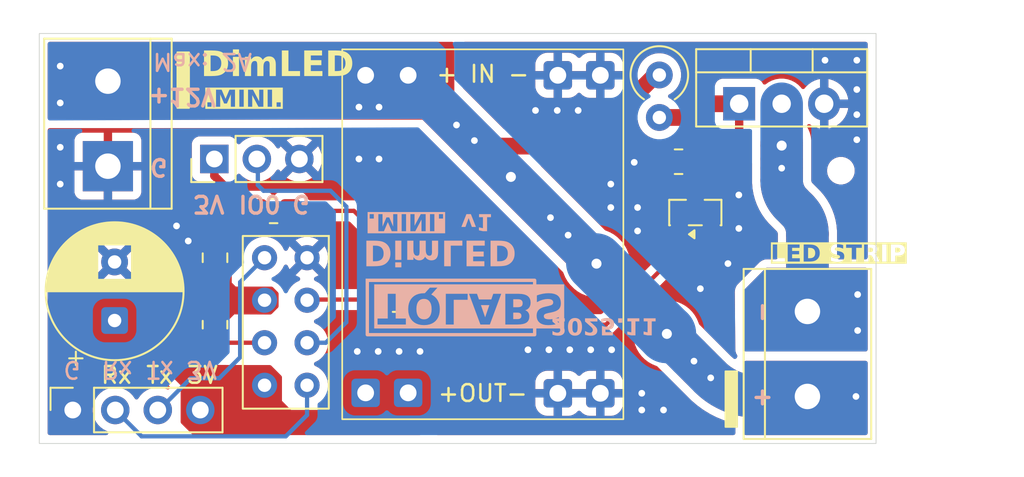
<source format=kicad_pcb>
(kicad_pcb (version 20241229) (generator "pcbnew") (generator_version "9.0")
  (title_block (title "DimLED Mini") (date "2025-09-16") (rev "v1") (company "TQLabs") (comment 1 "Designed by Tanishq Manuja"))
  (layers (0 "F.Cu" signal) (2 "B.Cu" signal) (13 "F.Paste" user) (15 "B.Paste" user) (5 "F.SilkS" user "F.Silkscreen") (7 "B.SilkS" user "B.Silkscreen") (1 "F.Mask" user) (3 "B.Mask" user) (25 "Edge.Cuts" user))
  (net 0 "")
  (net 1 "+3V3")
  (net 2 "GND")
  (net 3 "+12V")
  (net 4 "LED_NEGATIVE")
  (net 5 "IO3{slash}RX")
  (net 6 "IO1{slash}TX")
  (net 7 "Net-(Q1-G)")
  (net 8 "Net-(Q2-B)")
  (net 9 "RESET")
  (net 10 "IO2")
  (net 11 "IO0")
  (footprint "Resistor_SMD:R_0805_2012Metric_Pad1.20x1.40mm_HandSolder" (layer "F.Cu") (at 173.2 92.6625 180)
    (property "Reference" "R2" (hide yes))
    (property "Value" "10k")
    (fp_line (start -0.227064 0.735) (end 0.227064 0.735) (stroke (width 0.12)) (layer "F.SilkS"))
    (fp_line (start -0.227064 -0.735) (end 0.227064 -0.735) (stroke (width 0.12)) (layer "F.SilkS"))
    (pad "1" smd roundrect (at -1 0 180) (size 1.2 1.4) (layers "F.Cu" "F.Mask" "F.Paste") (roundrect_rratio 0.208333) (net 7 "Net-(Q1-G)"))
    (pad "2" smd roundrect (at 1 0 180) (size 1.2 1.4) (layers "F.Cu" "F.Mask" "F.Paste") (roundrect_rratio 0.208333) (net 2 "GND"))
  )
  (footprint "MountingHole:ToolingHole_1.152mm" (layer "F.Cu") (at 182.9 93.2)
    (property "Reference" "H1" (hide yes))
    (property "Value" "MountingHole")
    (pad "" np_thru_hole circle (at 0 0) (size 1.152 1.152) (drill 1.152) (layers "*.Cu" "*.Mask"))
    (zone (net 0) (net_name "") (layers "F.Cu" "B.Cu") (connect_pads (clearance 0)) (min_thickness 0.25)
      (keepout (tracks not_allowed) (vias allowed) (pads allowed) (copperpour not_allowed) (footprints not_allowed))
      (fill (thermal_gap 0.5) (thermal_bridge_width 0.5))
      (polygon (pts (xy 183.6 93.2) (xy 183.579659 93.032479) (xy 183.519819 92.874694) (xy 183.423958 92.735814) (xy 183.297645 92.623911) (xy 183.148223 92.545489) (xy 182.984376 92.505104) (xy 182.815624 92.505104) (xy 182.651777 92.545489) (xy 182.502355 92.623911) (xy 182.376042 92.735814) (xy 182.280181 92.874694) (xy 182.220341 93.032479) (xy 182.2 93.2) (xy 182.220341 93.367521) (xy 182.280181 93.525306) (xy 182.376042 93.664186) (xy 182.502355 93.776089) (xy 182.651777 93.854511) (xy 182.815624 93.894896) (xy 182.984376 93.894896) (xy 183.148223 93.854511) (xy 183.297645 93.776089) (xy 183.423958 93.664186) (xy 183.519819 93.525306) (xy 183.579659 93.367521)))
    )
  )
  (footprint "Connector_PinHeader_2.54mm:PinHeader_1x03_P2.54mm_Vertical" (layer "F.Cu") (at 145.46 92.5 90)
    (property "Reference" "J4" (hide yes))
    (property "Value" "Conn_01x03")
    (fp_line (start -1.38 -1.38) (end 0 -1.38) (stroke (width 0.12)) (layer "F.SilkS"))
    (fp_line (start -1.38 0) (end -1.38 -1.38) (stroke (width 0.12)) (layer "F.SilkS"))
    (fp_line (start 1.38 1.27) (end 1.38 6.46) (stroke (width 0.12)) (layer "F.SilkS"))
    (fp_line (start -1.38 1.27) (end 1.38 1.27) (stroke (width 0.12)) (layer "F.SilkS"))
    (fp_line (start -1.38 1.27) (end -1.38 6.46) (stroke (width 0.12)) (layer "F.SilkS"))
    (fp_line (start -1.38 6.46) (end 1.38 6.46) (stroke (width 0.12)) (layer "F.SilkS"))
    (pad "1" thru_hole rect (at 0 0 90) (size 1.7 1.7) (drill 1) (layers "*.Cu" "*.Mask") (net 1 "+3V3"))
    (pad "2" thru_hole circle (at 0 2.54 90) (size 1.7 1.7) (drill 1) (layers "*.Cu" "*.Mask") (net 11 "IO0"))
    (pad "3" thru_hole circle (at 0 5.08 90) (size 1.7 1.7) (drill 1) (layers "*.Cu" "*.Mask") (net 2 "GND"))
  )
  (footprint "Capacitor_THT:CP_Radial_D8.0mm_P3.50mm" (layer "F.Cu") (at 139.5 102.152651 90)
    (property "Reference" "C1" (hide yes))
    (property "Value" "1000u/16v")
    (fp_line (start 1.79 -4.08) (end 1.79 4.08) (stroke (width 0.12)) (layer "F.SilkS"))
    (fp_line (start 1.75 -4.08) (end 1.75 4.08) (stroke (width 0.12)) (layer "F.SilkS"))
    (fp_line (start 1.83 -4.079) (end 1.83 4.079) (stroke (width 0.12)) (layer "F.SilkS"))
    (fp_line (start 1.87 -4.078) (end 1.87 4.078) (stroke (width 0.12)) (layer "F.SilkS"))
    (fp_line (start 1.91 -4.077) (end 1.91 4.077) (stroke (width 0.12)) (layer "F.SilkS"))
    (fp_line (start 1.95 -4.075) (end 1.95 4.075) (stroke (width 0.12)) (layer "F.SilkS"))
    (fp_line (start 1.99 -4.073) (end 1.99 4.073) (stroke (width 0.12)) (layer "F.SilkS"))
    (fp_line (start 2.03 -4.07) (end 2.03 4.07) (stroke (width 0.12)) (layer "F.SilkS"))
    (fp_line (start 2.07 -4.068) (end 2.07 4.068) (stroke (width 0.12)) (layer "F.SilkS"))
    (fp_line (start 2.11 -4.064) (end 2.11 4.064) (stroke (width 0.12)) (layer "F.SilkS"))
    (fp_line (start 2.15 -4.061) (end 2.15 4.061) (stroke (width 0.12)) (layer "F.SilkS"))
    (fp_line (start 2.19 -4.056) (end 2.19 4.056) (stroke (width 0.12)) (layer "F.SilkS"))
    (fp_line (start 2.23 -4.052) (end 2.23 4.052) (stroke (width 0.12)) (layer "F.SilkS"))
    (fp_line (start 2.27 -4.047) (end 2.27 4.047) (stroke (width 0.12)) (layer "F.SilkS"))
    (fp_line (start 2.31 -4.042) (end 2.31 4.042) (stroke (width 0.12)) (layer "F.SilkS"))
    (fp_line (start 2.35 -4.036) (end 2.35 4.036) (stroke (width 0.12)) (layer "F.SilkS"))
    (fp_line (start 2.39 -4.03) (end 2.39 4.03) (stroke (width 0.12)) (layer "F.SilkS"))
    (fp_line (start 2.43 -4.023) (end 2.43 4.023) (stroke (width 0.12)) (layer "F.SilkS"))
    (fp_line (start 2.47 -4.017) (end 2.47 -1.04) (stroke (width 0.12)) (layer "F.SilkS"))
    (fp_line (start 2.51 -4.009) (end 2.51 -1.04) (stroke (width 0.12)) (layer "F.SilkS"))
    (fp_line (start 2.55 -4.002) (end 2.55 -1.04) (stroke (width 0.12)) (layer "F.SilkS"))
    (fp_line (start 2.59 -3.993) (end 2.59 -1.04) (stroke (width 0.12)) (layer "F.SilkS"))
    (fp_line (start 2.63 -3.985) (end 2.63 -1.04) (stroke (width 0.12)) (layer "F.SilkS"))
    (fp_line (start 2.67 -3.976) (end 2.67 -1.04) (stroke (width 0.12)) (layer "F.SilkS"))
    (fp_line (start 2.71 -3.967) (end 2.71 -1.04) (stroke (width 0.12)) (layer "F.SilkS"))
    (fp_line (start 2.75 -3.957) (end 2.75 -1.04) (stroke (width 0.12)) (layer "F.SilkS"))
    (fp_line (start 2.79 -3.947) (end 2.79 -1.04) (stroke (width 0.12)) (layer "F.SilkS"))
    (fp_line (start 2.83 -3.936) (end 2.83 -1.04) (stroke (width 0.12)) (layer "F.SilkS"))
    (fp_line (start 2.87 -3.925) (end 2.87 -1.04) (stroke (width 0.12)) (layer "F.SilkS"))
    (fp_line (start 2.91 -3.913) (end 2.91 -1.04) (stroke (width 0.12)) (layer "F.SilkS"))
    (fp_line (start 2.95 -3.901) (end 2.95 -1.04) (stroke (width 0.12)) (layer "F.SilkS"))
    (fp_line (start 2.99 -3.889) (end 2.99 -1.04) (stroke (width 0.12)) (layer "F.SilkS"))
    (fp_line (start 3.03 -3.876) (end 3.03 -1.04) (stroke (width 0.12)) (layer "F.SilkS"))
    (fp_line (start 3.07 -3.863) (end 3.07 -1.04) (stroke (width 0.12)) (layer "F.SilkS"))
    (fp_line (start 3.11 -3.849) (end 3.11 -1.04) (stroke (width 0.12)) (layer "F.SilkS"))
    (fp_line (start 3.15 -3.835) (end 3.15 -1.04) (stroke (width 0.12)) (layer "F.SilkS"))
    (fp_line (start 3.19 -3.82) (end 3.19 -1.04) (stroke (width 0.12)) (layer "F.SilkS"))
    (fp_line (start 3.23 -3.805) (end 3.23 -1.04) (stroke (width 0.12)) (layer "F.SilkS"))
    (fp_line (start 3.27 -3.789) (end 3.27 -1.04) (stroke (width 0.12)) (layer "F.SilkS"))
    (fp_line (start 3.31 -3.773) (end 3.31 -1.04) (stroke (width 0.12)) (layer "F.SilkS"))
    (fp_line (start 3.35 -3.757) (end 3.35 -1.04) (stroke (width 0.12)) (layer "F.SilkS"))
    (fp_line (start 3.39 -3.74) (end 3.39 -1.04) (stroke (width 0.12)) (layer "F.SilkS"))
    (fp_line (start 3.43 -3.722) (end 3.43 -1.04) (stroke (width 0.12)) (layer "F.SilkS"))
    (fp_line (start 3.47 -3.704) (end 3.47 -1.04) (stroke (width 0.12)) (layer "F.SilkS"))
    (fp_line (start 3.51 -3.685) (end 3.51 -1.04) (stroke (width 0.12)) (layer "F.SilkS"))
    (fp_line (start 3.55 -3.666) (end 3.55 -1.04) (stroke (width 0.12)) (layer "F.SilkS"))
    (fp_line (start 3.59 -3.646) (end 3.59 -1.04) (stroke (width 0.12)) (layer "F.SilkS"))
    (fp_line (start 3.63 -3.626) (end 3.63 -1.04) (stroke (width 0.12)) (layer "F.SilkS"))
    (fp_line (start 3.67 -3.605) (end 3.67 -1.04) (stroke (width 0.12)) (layer "F.SilkS"))
    (fp_line (start 3.71 -3.584) (end 3.71 -1.04) (stroke (width 0.12)) (layer "F.SilkS"))
    (fp_line (start 3.75 -3.562) (end 3.75 -1.04) (stroke (width 0.12)) (layer "F.SilkS"))
    (fp_line (start 3.79 -3.539) (end 3.79 -1.04) (stroke (width 0.12)) (layer "F.SilkS"))
    (fp_line (start 3.83 -3.516) (end 3.83 -1.04) (stroke (width 0.12)) (layer "F.SilkS"))
    (fp_line (start 3.87 -3.493) (end 3.87 -1.04) (stroke (width 0.12)) (layer "F.SilkS"))
    (fp_line (start 3.91 -3.468) (end 3.91 -1.04) (stroke (width 0.12)) (layer "F.SilkS"))
    (fp_line (start 3.95 -3.443) (end 3.95 -1.04) (stroke (width 0.12)) (layer "F.SilkS"))
    (fp_line (start 3.99 -3.418) (end 3.99 -1.04) (stroke (width 0.12)) (layer "F.SilkS"))
    (fp_line (start 4.03 -3.392) (end 4.03 -1.04) (stroke (width 0.12)) (layer "F.SilkS"))
    (fp_line (start 4.07 -3.365) (end 4.07 -1.04) (stroke (width 0.12)) (layer "F.SilkS"))
    (fp_line (start 4.11 -3.337) (end 4.11 -1.04) (stroke (width 0.12)) (layer "F.SilkS"))
    (fp_line (start 4.15 -3.309) (end 4.15 -1.04) (stroke (width 0.12)) (layer "F.SilkS"))
    (fp_line (start 4.19 -3.28) (end 4.19 -1.04) (stroke (width 0.12)) (layer "F.SilkS"))
    (fp_line (start 4.23 -3.25) (end 4.23 -1.04) (stroke (width 0.12)) (layer "F.SilkS"))
    (fp_line (start 4.27 -3.219) (end 4.27 -1.04) (stroke (width 0.12)) (layer "F.SilkS"))
    (fp_line (start 4.31 -3.188) (end 4.31 -1.04) (stroke (width 0.12)) (layer "F.SilkS"))
    (fp_line (start 4.35 -3.156) (end 4.35 -1.04) (stroke (width 0.12)) (layer "F.SilkS"))
    (fp_line (start 4.39 -3.123) (end 4.39 -1.04) (stroke (width 0.12)) (layer "F.SilkS"))
    (fp_line (start 4.43 -3.089) (end 4.43 -1.04) (stroke (width 0.12)) (layer "F.SilkS"))
    (fp_line (start 4.47 -3.055) (end 4.47 -1.04) (stroke (width 0.12)) (layer "F.SilkS"))
    (fp_line (start 4.51 -3.019) (end 4.51 -1.04) (stroke (width 0.12)) (layer "F.SilkS"))
    (fp_line (start 4.55 -2.982) (end 4.55 2.982) (stroke (width 0.12)) (layer "F.SilkS"))
    (fp_line (start 4.59 -2.945) (end 4.59 2.945) (stroke (width 0.12)) (layer "F.SilkS"))
    (fp_line (start 4.63 -2.906) (end 4.63 2.906) (stroke (width 0.12)) (layer "F.SilkS"))
    (fp_line (start 4.67 -2.867) (end 4.67 2.867) (stroke (width 0.12)) (layer "F.SilkS"))
    (fp_line (start 4.71 -2.826) (end 4.71 2.826) (stroke (width 0.12)) (layer "F.SilkS"))
    (fp_line (start 4.75 -2.784) (end 4.75 2.784) (stroke (width 0.12)) (layer "F.SilkS"))
    (fp_line (start 4.79 -2.741) (end 4.79 2.741) (stroke (width 0.12)) (layer "F.SilkS"))
    (fp_line (start -2.259698 -2.715) (end -2.259698 -1.915) (stroke (width 0.12)) (layer "F.SilkS"))
    (fp_line (start 4.83 -2.696) (end 4.83 2.696) (stroke (width 0.12)) (layer "F.SilkS"))
    (fp_line (start 4.87 -2.651) (end 4.87 2.651) (stroke (width 0.12)) (layer "F.SilkS"))
    (fp_line (start 4.91 -2.604) (end 4.91 2.604) (stroke (width 0.12)) (layer "F.SilkS"))
    (fp_line (start 4.95 -2.555) (end 4.95 2.555) (stroke (width 0.12)) (layer "F.SilkS"))
    (fp_line (start 4.99 -2.505) (end 4.99 2.505) (stroke (width 0.12)) (layer "F.SilkS"))
    (fp_line (start 5.03 -2.453) (end 5.03 2.453) (stroke (width 0.12)) (layer "F.SilkS"))
    (fp_line (start 5.07 -2.4) (end 5.07 2.4) (stroke (width 0.12)) (layer "F.SilkS"))
    (fp_line (start 5.11 -2.344) (end 5.11 2.344) (stroke (width 0.12)) (layer "F.SilkS"))
    (fp_line (start -2.659698 -2.315) (end -1.859698 -2.315) (stroke (width 0.12)) (layer "F.SilkS"))
    (fp_line (start 5.15 -2.287) (end 5.15 2.287) (stroke (width 0.12)) (layer "F.SilkS"))
    (fp_line (start 5.19 -2.227) (end 5.19 2.227) (stroke (width 0.12)) (layer "F.SilkS"))
    (fp_line (start 5.23 -2.165) (end 5.23 2.165) (stroke (width 0.12)) (layer "F.SilkS"))
    (fp_line (start 5.27 -2.101) (end 5.27 2.101) (stroke (width 0.12)) (layer "F.SilkS"))
    (fp_line (start 5.31 -2.034) (end 5.31 2.034) (stroke (width 0.12)) (layer "F.SilkS"))
    (fp_line (start 5.35 -1.964) (end 5.35 1.964) (stroke (width 0.12)) (layer "F.SilkS"))
    (fp_line (start 5.39 -1.89) (end 5.39 1.89) (stroke (width 0.12)) (layer "F.SilkS"))
    (fp_line (start 5.43 -1.813) (end 5.43 1.813) (stroke (width 0.12)) (layer "F.SilkS"))
    (fp_line (start 5.47 -1.731) (end 5.47 1.731) (stroke (width 0.12)) (layer "F.SilkS"))
    (fp_line (start 5.51 -1.644) (end 5.51 1.644) (stroke (width 0.12)) (layer "F.SilkS"))
    (fp_line (start 5.55 -1.552) (end 5.55 1.552) (stroke (width 0.12)) (layer "F.SilkS"))
    (fp_line (start 5.59 -1.453) (end 5.59 1.453) (stroke (width 0.12)) (layer "F.SilkS"))
    (fp_line (start 5.63 -1.346) (end 5.63 1.346) (stroke (width 0.12)) (layer "F.SilkS"))
    (fp_line (start 5.67 -1.228) (end 5.67 1.228) (stroke (width 0.12)) (layer "F.SilkS"))
    (fp_line (start 5.71 -1.097) (end 5.71 1.097) (stroke (width 0.12)) (layer "F.SilkS"))
    (fp_line (start 5.75 -0.947) (end 5.75 0.947) (stroke (width 0.12)) (layer "F.SilkS"))
    (fp_line (start 5.79 -0.768) (end 5.79 0.768) (stroke (width 0.12)) (layer "F.SilkS"))
    (fp_line (start 5.83 -0.533) (end 5.83 0.533) (stroke (width 0.12)) (layer "F.SilkS"))
    (fp_line (start 4.51 1.04) (end 4.51 3.019) (stroke (width 0.12)) (layer "F.SilkS"))
    (fp_line (start 4.47 1.04) (end 4.47 3.055) (stroke (width 0.12)) (layer "F.SilkS"))
    (fp_line (start 4.43 1.04) (end 4.43 3.089) (stroke (width 0.12)) (layer "F.SilkS"))
    (fp_line (start 4.39 1.04) (end 4.39 3.123) (stroke (width 0.12)) (layer "F.SilkS"))
    (fp_line (start 4.35 1.04) (end 4.35 3.156) (stroke (width 0.12)) (layer "F.SilkS"))
    (fp_line (start 4.31 1.04) (end 4.31 3.188) (stroke (width 0.12)) (layer "F.SilkS"))
    (fp_line (start 4.27 1.04) (end 4.27 3.219) (stroke (width 0.12)) (layer "F.SilkS"))
    (fp_line (start 4.23 1.04) (end 4.23 3.25) (stroke (width 0.12)) (layer "F.SilkS"))
    (fp_line (start 4.19 1.04) (end 4.19 3.28) (stroke (width 0.12)) (layer "F.SilkS"))
    (fp_line (start 4.15 1.04) (end 4.15 3.309) (stroke (width 0.12)) (layer "F.SilkS"))
    (fp_line (start 4.11 1.04) (end 4.11 3.337) (stroke (width 0.12)) (layer "F.SilkS"))
    (fp_line (start 4.07 1.04) (end 4.07 3.365) (stroke (width 0.12)) (layer "F.SilkS"))
    (fp_line (start 4.03 1.04) (end 4.03 3.392) (stroke (width 0.12)) (layer "F.SilkS"))
    (fp_line (start 3.99 1.04) (end 3.99 3.418) (stroke (width 0.12)) (layer "F.SilkS"))
    (fp_line (start 3.95 1.04) (end 3.95 3.443) (stroke (width 0.12)) (layer "F.SilkS"))
    (fp_line (start 3.91 1.04) (end 3.91 3.468) (stroke (width 0.12)) (layer "F.SilkS"))
    (fp_line (start 3.87 1.04) (end 3.87 3.493) (stroke (width 0.12)) (layer "F.SilkS"))
    (fp_line (start 3.83 1.04) (end 3.83 3.516) (stroke (width 0.12)) (layer "F.SilkS"))
    (fp_line (start 3.79 1.04) (end 3.79 3.539) (stroke (width 0.12)) (layer "F.SilkS"))
    (fp_line (start 3.75 1.04) (end 3.75 3.562) (stroke (width 0.12)) (layer "F.SilkS"))
    (fp_line (start 3.71 1.04) (end 3.71 3.584) (stroke (width 0.12)) (layer "F.SilkS"))
    (fp_line (start 3.67 1.04) (end 3.67 3.605) (stroke (width 0.12)) (layer "F.SilkS"))
    (fp_line (start 3.63 1.04) (end 3.63 3.626) (stroke (width 0.12)) (layer "F.SilkS"))
    (fp_line (start 3.59 1.04) (end 3.59 3.646) (stroke (width 0.12)) (layer "F.SilkS"))
    (fp_line (start 3.55 1.04) (end 3.55 3.666) (stroke (width 0.12)) (layer "F.SilkS"))
    (fp_line (start 3.51 1.04) (end 3.51 3.685) (stroke (width 0.12)) (layer "F.SilkS"))
    (fp_line (start 3.47 1.04) (end 3.47 3.704) (stroke (width 0.12)) (layer "F.SilkS"))
    (fp_line (start 3.43 1.04) (end 3.43 3.722) (stroke (width 0.12)) (layer "F.SilkS"))
    (fp_line (start 3.39 1.04) (end 3.39 3.74) (stroke (width 0.12)) (layer "F.SilkS"))
    (fp_line (start 3.35 1.04) (end 3.35 3.757) (stroke (width 0.12)) (layer "F.SilkS"))
    (fp_line (start 3.31 1.04) (end 3.31 3.773) (stroke (width 0.12)) (layer "F.SilkS"))
    (fp_line (start 3.27 1.04) (end 3.27 3.789) (stroke (width 0.12)) (layer "F.SilkS"))
    (fp_line (start 3.23 1.04) (end 3.23 3.805) (stroke (width 0.12)) (layer "F.SilkS"))
    (fp_line (start 3.19 1.04) (end 3.19 3.82) (stroke (width 0.12)) (layer "F.SilkS"))
    (fp_line (start 3.15 1.04) (end 3.15 3.835) (stroke (width 0.12)) (layer "F.SilkS"))
    (fp_line (start 3.11 1.04) (end 3.11 3.849) (stroke (width 0.12)) (layer "F.SilkS"))
    (fp_line (start 3.07 1.04) (end 3.07 3.863) (stroke (width 0.12)) (layer "F.SilkS"))
    (fp_line (start 3.03 1.04) (end 3.03 3.876) (stroke (width 0.12)) (layer "F.SilkS"))
    (fp_line (start 2.99 1.04) (end 2.99 3.889) (stroke (width 0.12)) (layer "F.SilkS"))
    (fp_line (start 2.95 1.04) (end 2.95 3.901) (stroke (width 0.12)) (layer "F.SilkS"))
    (fp_line (start 2.91 1.04) (end 2.91 3.913) (stroke (width 0.12)) (layer "F.SilkS"))
    (fp_line (start 2.87 1.04) (end 2.87 3.925) (stroke (width 0.12)) (layer "F.SilkS"))
    (fp_line (start 2.83 1.04) (end 2.83 3.936) (stroke (width 0.12)) (layer "F.SilkS"))
    (fp_line (start 2.79 1.04) (end 2.79 3.947) (stroke (width 0.12)) (layer "F.SilkS"))
    (fp_line (start 2.75 1.04) (end 2.75 3.957) (stroke (width 0.12)) (layer "F.SilkS"))
    (fp_line (start 2.71 1.04) (end 2.71 3.967) (stroke (width 0.12)) (layer "F.SilkS"))
    (fp_line (start 2.67 1.04) (end 2.67 3.976) (stroke (width 0.12)) (layer "F.SilkS"))
    (fp_line (start 2.63 1.04) (end 2.63 3.985) (stroke (width 0.12)) (layer "F.SilkS"))
    (fp_line (start 2.59 1.04) (end 2.59 3.993) (stroke (width 0.12)) (layer "F.SilkS"))
    (fp_line (start 2.55 1.04) (end 2.55 4.002) (stroke (width 0.12)) (layer "F.SilkS"))
    (fp_line (start 2.51 1.04) (end 2.51 4.009) (stroke (width 0.12)) (layer "F.SilkS"))
    (fp_line (start 2.47 1.04) (end 2.47 4.017) (stroke (width 0.12)) (layer "F.SilkS"))
    (fp_circle (center 1.75 0) (end 5.87 0) (stroke (width 0.12)) (fill no) (layer "F.SilkS"))
    (pad "1" thru_hole roundrect (at 0 0 90) (size 1.6 1.6) (drill 0.8) (layers "*.Cu" "*.Mask") (roundrect_rratio 0.15625) (net 1 "+3V3"))
    (pad "2" thru_hole circle (at 3.5 0 90) (size 1.6 1.6) (drill 0.8) (layers "*.Cu" "*.Mask") (net 2 "GND"))
  )
  (footprint "TerminalBlock:TerminalBlock_bornier-2_P5.08mm" (layer "F.Cu") (at 139.1 92.93 90)
    (property "Reference" "J1" (hide yes))
    (property "Value" "Screw_Terminal_01x02")
    (fp_line (start 7.62 -3.81) (end -2.54 -3.81) (stroke (width 0.12)) (layer "F.SilkS"))
    (fp_line (start -2.54 -3.81) (end -2.54 3.81) (stroke (width 0.12)) (layer "F.SilkS"))
    (fp_line (start 7.62 2.54) (end -2.54 2.54) (stroke (width 0.12)) (layer "F.SilkS"))
    (fp_line (start 7.62 3.81) (end 7.62 -3.81) (stroke (width 0.12)) (layer "F.SilkS"))
    (fp_line (start -2.54 3.81) (end 7.62 3.81) (stroke (width 0.12)) (layer "F.SilkS"))
    (pad "1" thru_hole rect (at 0 0 90) (size 3 3) (drill 1.52) (layers "*.Cu" "*.Mask") (net 2 "GND"))
    (pad "2" thru_hole circle (at 5.08 0 90) (size 3 3) (drill 1.52) (layers "*.Cu" "*.Mask") (net 3 "+12V"))
  )
  (footprint "Connector_PinSocket_2.54mm:PinSocket_1x04_P2.54mm_Vertical" (layer "F.Cu") (at 137 107.5 90)
    (property "Reference" "J3" (hide yes))
    (property "Value" "Conn_01x04_Pin")
    (fp_line (start 1.33 -1.33) (end 1.33 0) (stroke (width 0.12)) (layer "F.SilkS"))
    (fp_line (start 0 -1.33) (end 1.33 -1.33) (stroke (width 0.12)) (layer "F.SilkS"))
    (fp_line (start 1.33 1.27) (end 1.33 8.95) (stroke (width 0.12)) (layer "F.SilkS"))
    (fp_line (start -1.33 1.27) (end 1.33 1.27) (stroke (width 0.12)) (layer "F.SilkS"))
    (fp_line (start -1.33 1.27) (end -1.33 8.95) (stroke (width 0.12)) (layer "F.SilkS"))
    (fp_line (start -1.33 8.95) (end 1.33 8.95) (stroke (width 0.12)) (layer "F.SilkS"))
    (pad "1" thru_hole rect (at 0 0 90) (size 1.7 1.7) (drill 1) (layers "*.Cu" "*.Mask") (net 2 "GND"))
    (pad "2" thru_hole circle (at 0 2.54 90) (size 1.7 1.7) (drill 1) (layers "*.Cu" "*.Mask") (net 5 "IO3{slash}RX"))
    (pad "3" thru_hole circle (at 0 5.08 90) (size 1.7 1.7) (drill 1) (layers "*.Cu" "*.Mask") (net 6 "IO1{slash}TX"))
    (pad "4" thru_hole circle (at 0 7.62 90) (size 1.7 1.7) (drill 1) (layers "*.Cu" "*.Mask") (net 1 "+3V3"))
  )
  (footprint "Resistor_SMD:R_0805_2012Metric_Pad1.20x1.40mm_HandSolder" (layer "F.Cu") (at 145.5 102.4 -90)
    (property "Reference" "R1" (hide yes))
    (property "Value" "10k")
    (fp_line (start -0.227064 0.735) (end 0.227064 0.735) (stroke (width 0.12)) (layer "F.SilkS"))
    (fp_line (start -0.227064 -0.735) (end 0.227064 -0.735) (stroke (width 0.12)) (layer "F.SilkS"))
    (pad "1" smd roundrect (at -1 0 270) (size 1.2 1.4) (layers "F.Cu" "F.Mask" "F.Paste") (roundrect_rratio 0.208333) (net 1 "+3V3"))
    (pad "2" smd roundrect (at 1 0 270) (size 1.2 1.4) (layers "F.Cu" "F.Mask" "F.Paste") (roundrect_rratio 0.208333) (net 9 "RESET"))
  )
  (footprint "Resistor_SMD:R_0805_2012Metric_Pad1.20x1.40mm_HandSolder" (layer "F.Cu") (at 156.35 100.9)
    (property "Reference" "R4" (hide yes))
    (property "Value" "1k")
    (fp_line (start -0.227064 -0.735) (end 0.227064 -0.735) (stroke (width 0.12)) (layer "F.SilkS"))
    (fp_line (start -0.227064 0.735) (end 0.227064 0.735) (stroke (width 0.12)) (layer "F.SilkS"))
    (pad "1" smd roundrect (at -1 0) (size 1.2 1.4) (layers "F.Cu" "F.Mask" "F.Paste") (roundrect_rratio 0.208333) (net 10 "IO2"))
    (pad "2" smd roundrect (at 1 0) (size 1.2 1.4) (layers "F.Cu" "F.Mask" "F.Paste") (roundrect_rratio 0.208333) (net 8 "Net-(Q2-B)"))
  )
  (footprint "Capacitor_SMD:C_0805_2012Metric_Pad1.18x1.45mm_HandSolder" (layer "F.Cu") (at 145.5 98.4 90)
    (property "Reference" "C2" (hide yes))
    (property "Value" "100n")
    (fp_line (start -0.261252 -0.735) (end 0.261252 -0.735) (stroke (width 0.12)) (layer "F.SilkS"))
    (fp_line (start -0.261252 0.735) (end 0.261252 0.735) (stroke (width 0.12)) (layer "F.SilkS"))
    (pad "1" smd roundrect (at -1.0375 0 90) (size 1.175 1.45) (layers "F.Cu" "F.Mask" "F.Paste") (roundrect_rratio 0.212766) (net 1 "+3V3"))
    (pad "2" smd roundrect (at 1.0375 0 90) (size 1.175 1.45) (layers "F.Cu" "F.Mask" "F.Paste") (roundrect_rratio 0.212766) (net 2 "GND"))
  )
  (footprint "Package_TO_SOT_THT:TO-220-3_Vertical" (layer "F.Cu") (at 176.82 89.2)
    (property "Reference" "Q1" (hide yes))
    (property "Value" "IRF540N")
    (fp_line (start -2.57 -3.26) (end 7.65 -3.26) (stroke (width 0.12)) (layer "F.SilkS"))
    (fp_line (start -2.57 -1.88) (end 7.65 -1.88) (stroke (width 0.12)) (layer "F.SilkS"))
    (fp_line (start -2.57 1.36) (end -2.57 -3.26) (stroke (width 0.12)) (layer "F.SilkS"))
    (fp_line (start 0.69 -3.26) (end 0.69 -1.88) (stroke (width 0.12)) (layer "F.SilkS"))
    (fp_line (start 4.39 -3.26) (end 4.39 -1.88) (stroke (width 0.12)) (layer "F.SilkS"))
    (fp_line (start 7.65 -3.26) (end 7.65 1.36) (stroke (width 0.12)) (layer "F.SilkS"))
    (fp_line (start 7.65 1.36) (end -2.57 1.36) (stroke (width 0.12)) (layer "F.SilkS"))
    (pad "1" thru_hole rect (at 0 0) (size 1.905 2) (drill 1.1) (layers "*.Cu" "*.Mask") (net 7 "Net-(Q1-G)"))
    (pad "2" thru_hole oval (at 2.54 0) (size 1.905 2) (drill 1.1) (layers "*.Cu" "*.Mask") (net 4 "LED_NEGATIVE"))
    (pad "3" thru_hole oval (at 5.08 0) (size 1.905 2) (drill 1.1) (layers "*.Cu" "*.Mask") (net 2 "GND"))
  )
  (footprint "Resistor_THT:R_Axial_DIN0309_L9.0mm_D3.2mm_P2.54mm_Vertical" (layer "F.Cu") (at 172.05 87.48 -90)
    (property "Reference" "R3" (hide yes))
    (property "Value" "1k")
    (fp_arc (start 1.453272 0.92) (mid -1.72 0) (end 1.453272 -0.92) (stroke (width 0.12)) (layer "F.SilkS"))
    (pad "1" thru_hole circle (at 0 0 270) (size 1.6 1.6) (drill 0.8) (layers "*.Cu" "*.Mask") (net 3 "+12V"))
    (pad "2" thru_hole circle (at 2.54 0 270) (size 1.6 1.6) (drill 0.8) (layers "*.Cu" "*.Mask") (net 7 "Net-(Q1-G)"))
  )
  (footprint "DimLED:ESP-01_With_Headers" (layer "F.Cu") (at 151 98.4 -90)
    (property "Reference" "U2" (hide yes))
    (property "Value" "ESP-01")
    (fp_rect (start -1.3 -1.3) (end 9.02 3.84) (stroke (width 0.12)) (fill no) (layer "F.SilkS"))
    (pad "1" thru_hole circle (at 0 0 270) (size 1.5 1.5) (drill 0.8) (layers "*.Cu" "*.Mask") (net 2 "GND"))
    (pad "2" thru_hole circle (at 2.54 0 270) (size 1.5 1.5) (drill 0.8) (layers "*.Cu" "*.Mask") (net 10 "IO2"))
    (pad "3" thru_hole circle (at 5.08 0 270) (size 1.5 1.5) (drill 0.8) (layers "*.Cu" "*.Mask") (net 11 "IO0"))
    (pad "4" thru_hole circle (at 7.62 0 270) (size 1.5 1.5) (drill 0.8) (layers "*.Cu" "*.Mask") (net 5 "IO3{slash}RX"))
    (pad "5" thru_hole circle (at 0 2.54 270) (size 1.5 1.5) (drill 0.8) (layers "*.Cu" "*.Mask") (net 6 "IO1{slash}TX"))
    (pad "6" thru_hole circle (at 2.54 2.54 270) (size 1.5 1.5) (drill 0.8) (layers "*.Cu" "*.Mask") (net 1 "+3V3"))
    (pad "7" thru_hole circle (at 5.08 2.54 270) (size 1.5 1.5) (drill 0.8) (layers "*.Cu" "*.Mask") (net 9 "RESET"))
    (pad "8" thru_hole circle (at 7.62 2.54 270) (size 1.5 1.5) (drill 0.8) (layers "*.Cu" "*.Mask") (net 1 "+3V3"))
  )
  (footprint "TerminalBlock:TerminalBlock_bornier-2_P5.08mm" (layer "F.Cu") (at 180.9 101.61 -90)
    (property "Reference" "J2" (hide yes))
    (property "Value" "Screw_Terminal_01x02")
    (fp_line (start -2.54 3.81) (end 7.62 3.81) (stroke (width 0.12)) (layer "F.SilkS"))
    (fp_line (start 7.62 3.81) (end 7.62 -3.81) (stroke (width 0.12)) (layer "F.SilkS"))
    (fp_line (start 7.62 2.54) (end -2.54 2.54) (stroke (width 0.12)) (layer "F.SilkS"))
    (fp_line (start -2.54 -3.81) (end -2.54 3.81) (stroke (width 0.12)) (layer "F.SilkS"))
    (fp_line (start 7.62 -3.81) (end -2.54 -3.81) (stroke (width 0.12)) (layer "F.SilkS"))
    (pad "1" thru_hole rect (at 0 0 270) (size 3 3) (drill 1.52) (layers "*.Cu" "*.Mask") (net 4 "LED_NEGATIVE"))
    (pad "2" thru_hole circle (at 5.08 0 270) (size 3 3) (drill 1.52) (layers "*.Cu" "*.Mask") (net 3 "+12V"))
  )
  (footprint "Package_TO_SOT_SMD:SOT-23" (layer "F.Cu") (at 174.2 95.7 90)
    (property "Reference" "Q2" (hide yes))
    (property "Value" "MMBT2222A")
    (fp_line (start 0.76 -1.56) (end 0.76 -0.56) (stroke (width 0.12)) (layer "F.SilkS"))
    (fp_line (start -0.76 -1.56) (end 0.76 -1.56) (stroke (width 0.12)) (layer "F.SilkS"))
    (fp_line (start -0.76 -1.51) (end -0.76 -1.56) (stroke (width 0.12)) (layer "F.SilkS"))
    (fp_line (start -0.76 0.39) (end -0.76 -0.39) (stroke (width 0.12)) (layer "F.SilkS"))
    (fp_line (start 0.76 0.56) (end 0.76 1.56) (stroke (width 0.12)) (layer "F.SilkS"))
    (fp_line (start 0.76 1.56) (end -0.76 1.56) (stroke (width 0.12)) (layer "F.SilkS"))
    (fp_line (start -0.76 1.56) (end -0.76 1.51) (stroke (width 0.12)) (layer "F.SilkS"))
    (fp_poly (pts (xy -1.3 -0.38) (xy -1.06 -0.05) (xy -1.54 -0.05)) (stroke (width 0.12)) (fill yes) (layer "F.SilkS"))
    (pad "1" smd roundrect (at -0.9375 -0.95 90) (size 1.475 0.6) (layers "F.Cu" "F.Mask" "F.Paste") (net 8 "Net-(Q2-B)"))
    (pad "2" smd roundrect (at -0.9375 0.95 90) (size 1.475 0.6) (layers "F.Cu" "F.Mask" "F.Paste") (net 2 "GND"))
    (pad "3" smd roundrect (at 0.9375 0 90) (size 1.475 0.6) (layers "F.Cu" "F.Mask" "F.Paste") (net 7 "Net-(Q1-G)"))
  )
  (footprint "Resistor_SMD:R_0805_2012Metric_Pad1.20x1.40mm_HandSolder" (layer "F.Cu") (at 149 95.6)
    (property "Reference" "R5" (hide yes))
    (property "Value" "1k")
    (fp_line (start -0.227064 -0.735) (end 0.227064 -0.735) (stroke (width 0.12)) (layer "F.SilkS"))
    (fp_line (start -0.227064 0.735) (end 0.227064 0.735) (stroke (width 0.12)) (layer "F.SilkS"))
    (pad "1" smd roundrect (at -1 0) (size 1.2 1.4) (layers "F.Cu" "F.Mask" "F.Paste") (roundrect_rratio 0.208333) (net 1 "+3V3"))
    (pad "2" smd roundrect (at 1 0) (size 1.2 1.4) (layers "F.Cu" "F.Mask" "F.Paste") (roundrect_rratio 0.208333) (net 10 "IO2"))
  )
  (footprint "DimLED:MP1584-Module_22.1x16.8mm_THT" (layer "F.Cu") (at 161.5 97 -90)
    (property "Reference" "U1" (hide yes))
    (property "Value" "MP1584 Module" (hide yes))
    (fp_rect (start -11.05 -8.4) (end 11.05 8.4) (stroke (width 0.1)) (fill no) (layer "F.SilkS"))
    (fp_text user "+ IN -" (at -9.575 0 0) (layer "F.SilkS"))
    (fp_text user "+OUT-" (at 9.5 0 0) (layer "F.SilkS"))
    (pad "1" thru_hole roundrect (at -9.5 4.46 90) (size 1.7 1.7) (drill 1) (layers "*.Cu" "*.Mask") (roundrect_rratio 0.1470588235) (net 3 "+12V"))
    (pad "1" thru_hole roundrect (at -9.5 7 90) (size 1.7 1.7) (drill 1) (layers "*.Cu" "*.Mask") (roundrect_rratio 0.1470588235) (net 3 "+12V"))
    (pad "2" thru_hole roundrect (at -9.5 -7.025 270) (size 1.7 1.7) (drill 1) (layers "*.Cu" "*.Mask") (roundrect_rratio 0.1470588235) (net 2 "GND"))
    (pad "2" thru_hole roundrect (at -9.5 -4.485 270) (size 1.7 1.7) (drill 1) (layers "*.Cu" "*.Mask") (roundrect_rratio 0.1470588235) (net 2 "GND"))
    (pad "3" thru_hole roundrect (at 9.475 4.46 90) (size 1.7 1.7) (drill 1) (layers "*.Cu" "*.Mask") (roundrect_rratio 0.1470588235) (net 1 "+3V3"))
    (pad "3" thru_hole roundrect (at 9.475 7 90) (size 1.7 1.7) (drill 1) (layers "*.Cu" "*.Mask") (roundrect_rratio 0.1470588235) (net 1 "+3V3"))
    (pad "4" thru_hole roundrect (at 9.5 -7.025 270) (size 1.7 1.7) (drill 1) (layers "*.Cu" "*.Mask") (roundrect_rratio 0.1470588235) (net 2 "GND"))
    (pad "4" thru_hole roundrect (at 9.5 -4.485 270) (size 1.7 1.7) (drill 1) (layers "*.Cu" "*.Mask") (roundrect_rratio 0.1470588235) (net 2 "GND"))
  )
  (gr_rect (start 176 105.1875) (end 176.7 108.5125) (stroke (width 0.1)) (fill yes) (layer "F.SilkS"))
  (gr_rect (start 143.25 86.125) (end 143.95 89.45) (stroke (width 0.1)) (fill yes) (layer "F.SilkS"))
  (gr_rect (start 154.6 99.75) (end 164.6 103) (stroke (width 0.2)) (fill no) (layer "B.SilkS"))
  (gr_rect (start 135 85) (end 185 109.5) (stroke (width 0.05)) (fill no) (layer "Edge.Cuts"))
  (gr_text "v1" (at 150.2 89.6 0) (layer "F.Cu" knockout) (effects (font (size 1 1) (thickness 0.25) (bold yes)) (justify left bottom)))
  (gr_text "LED STRIP" (at 178.7 98.8 0) (layer "F.SilkS" knockout) (effects (font (size 1 1) (thickness 0.2) (bold yes)) (justify left bottom)))
  (gr_text "Tx" (at 141.3 106 0) (layer "F.SilkS") (effects (font (size 1 1)) (justify left bottom)))
  (gr_text "DimLED" (at 144.65 87.8 0) (layer "F.SilkS") (effects (font (size 1.5 1.5) (thickness 0.3) (bold yes)) (justify left bottom)))
  (gr_text "Rx" (at 138.6 106 0) (layer "F.SilkS") (effects (font (size 1 1)) (justify left bottom)))
  (gr_text "3V" (at 143.75 106 0) (layer "F.SilkS") (effects (font (size 1 1)) (justify left bottom)))
  (gr_text ".MINI." (at 144.9 89.55 0) (layer "F.SilkS" knockout) (effects (font (size 1 1) (thickness 0.25) (bold yes)) (justify left bottom)))
  (gr_text "Max: 2A" (at 141.7 86.1 180) (layer "B.SilkS") (effects (font (size 1 1)) (justify left bottom mirror)))
  (gr_text "IO0" (at 146.8 94.6 180) (layer "B.SilkS") (effects (font (size 1 1) (thickness 0.2) (bold yes)) (justify left bottom mirror)))
  (gr_text "G" (at 150 94.6 180) (layer "B.SilkS") (effects (font (size 1 1) (thickness 0.2) (bold yes)) (justify left bottom mirror)))
  (gr_text "TQLABS" (at 155.2 100.25 180) (layer "B.SilkS" knockout) (effects (font (size 1.8 1.8) (thickness 0.2) (bold yes)) (justify left bottom mirror)))
  (gr_text "G" (at 136.35 104.5 180) (layer "B.SilkS") (effects (font (size 1 1)) (justify left bottom mirror)))
  (gr_text "G" (at 141.5 92.4 180) (layer "B.SilkS") (effects (font (size 1 1) (thickness 0.2) (bold yes)) (justify left bottom mirror)))
  (gr_text ".MINI." (at 154.6 95.625 180) (layer "B.SilkS" knockout) (effects (font (size 1 1) (thickness 0.25) (bold yes)) (justify left bottom mirror)))
  (gr_text "DimLED" (at 154.35 97.125 180) (layer "B.SilkS") (effects (font (size 1.5 1.5) (thickness 0.3) (bold yes)) (justify left bottom mirror)))
  (gr_text "v1" (at 160.2 95.625 180) (layer "B.SilkS") (effects (font (size 1 1) (thickness 0.25) (bold yes)) (justify left bottom mirror)))
  (gr_text "2025.11" (at 165.55 101.85 180) (layer "B.SilkS") (effects (font (size 1 1) (thickness 0.25) (bold yes)) (justify left bottom mirror)))
  (gr_text "-" (at 177.7 102.4 270) (layer "B.SilkS") (effects (font (size 1 1) (thickness 0.2) (bold yes)) (justify left bottom mirror)))
  (gr_text "Rx" (at 138.65 104.5 180) (layer "B.SilkS") (effects (font (size 1 1)) (justify left bottom mirror)))
  (gr_text "3V" (at 144.1 94.6 180) (layer "B.SilkS") (effects (font (size 1 1) (thickness 0.2) (bold yes)) (justify left bottom mirror)))
  (gr_text "+\n" (at 177.7 107.5 270) (layer "B.SilkS") (effects (font (size 1 1) (thickness 0.2) (bold yes)) (justify left bottom mirror)))
  (gr_text "Tx" (at 141.35 104.5 180) (layer "B.SilkS") (effects (font (size 1 1)) (justify left bottom mirror)))
  (gr_text "+12V" (at 141.4 88.2 180) (layer "B.SilkS") (effects (font (size 1 1) (thickness 0.2) (bold yes)) (justify left bottom mirror)))
  (gr_text "3V" (at 143.7 104.5 180) (layer "B.SilkS") (effects (font (size 1 1)) (justify left bottom mirror)))
  (segment (start 146.8 95.6) (end 146.8 94.85) (width 0.5) (layer "F.Cu") (net 1))
  (segment (start 148 95.6) (end 146.8 95.6) (width 0.254) (layer "F.Cu") (net 1))
  (segment (start 145.46 93.51) (end 145.46 92.5) (width 0.5) (layer "F.Cu") (net 1))
  (segment (start 148 95.6) (end 148 95.8) (width 0.5) (layer "F.Cu") (net 1))
  (segment (start 146.8 94.85) (end 145.46 93.51) (width 0.5) (layer "F.Cu") (net 1))
  (segment (start 146.8 97) (end 146.8 98.35) (width 0.5) (layer "F.Cu") (net 1))
  (segment (start 145.7125 99.4375) (end 145.5 99.4375) (width 0.254) (layer "F.Cu") (net 1))
  (segment (start 154.5 106.475) (end 154.475 106.475) (width 1) (layer "F.Cu") (net 1))
  (segment (start 146.8 98.35) (end 145.7125 99.4375) (width 0.5) (layer "F.Cu") (net 1))
  (segment (start 146.8 97) (end 146.8 95.6) (width 0.5) (layer "F.Cu") (net 1))
  (segment (start 139.5 102.152651) (end 139.502651 102.152651) (width 1) (layer "F.Cu") (net 1))
  (segment (start 148.06 95.54) (end 148 95.6) (width 0.254) (layer "F.Cu") (net 1))
  (via (at 170.75 96.8) (size 0.8) (drill 0.4) (layers "F.Cu" "B.Cu") (net 2))
  (via (at 136.25 91.8) (size 0.8) (drill 0.4) (layers "F.Cu" "B.Cu") (net 2))
  (via (at 167.95 103.9) (size 0.8) (drill 0.4) (layers "F.Cu" "B.Cu") (net 2))
  (via (at 183.85 88.35) (size 0.8) (drill 0.4) (layers "F.Cu" "B.Cu") (net 2))
  (via (at 169.2 103.9) (size 0.8) (drill 0.4) (layers "F.Cu" "B.Cu") (net 2))
  (via (at 174.5 100.25) (size 0.8) (drill 0.4) (layers "F.Cu" "B.Cu") (net 2))
  (via (at 156.5 104) (size 0.8) (drill 0.4) (layers "F.Cu" "B.Cu") (net 2))
  (via (at 164.65 89.6) (size 0.8) (drill 0.4) (layers "F.Cu" "B.Cu") (net 2))
  (via (at 143.2 96.5) (size 0.8) (drill 0.4) (layers "F.Cu" "B.Cu") (net 2))
  (via (at 154 104) (size 0.8) (drill 0.4) (layers "F.Cu" "B.Cu") (net 2))
  (via (at 183.85 86.6) (size 0.8) (drill 0.4) (layers "F.Cu" "B.Cu") (net 2))
  (via (at 171 106.5) (size 0.8) (drill 0.4) (layers "F.Cu" "B.Cu") (net 2))
  (via (at 155.3 92.5) (size 0.8) (drill 0.4) (layers "F.Cu" "B.Cu") (net 2))
  (via (at 181.95 86.6) (size 0.8) (drill 0.4) (layers "F.Cu" "B.Cu") (net 2))
  (via (at 164.2 103.9) (size 0.8) (drill 0.4) (layers "F.Cu" "B.Cu") (net 2))
  (via (at 176.8 96.65) (size 0.8) (drill 0.4) (layers "F.Cu" "B.Cu") (net 2))
  (via (at 172.3 107.5) (size 0.8) (drill 0.4) (layers "F.Cu" "B.Cu") (net 2))
  (via (at 170.75 95.4) (size 0.8) (drill 0.4) (layers "F.Cu" "B.Cu") (net 2))
  (via (at 169.15 95.4) (size 0.8) (drill 0.4) (layers "F.Cu" "B.Cu") (net 2))
  (via (at 143.9 97.4) (size 0.8) (drill 0.4) (layers "F.Cu" "B.Cu") (net 2))
  (via (at 165.95 89.6) (size 0.8) (drill 0.4) (layers "F.Cu" "B.Cu") (net 2))
  (via (at 154.1 92.5) (size 0.8) (drill 0.4) (layers "F.Cu" "B.Cu") (net 2))
  (via (at 183.85 89.85) (size 0.8) (drill 0.4) (layers "F.Cu" "B.Cu") (net 2))
  (via (at 157.75 104) (size 0.8) (drill 0.4) (layers "F.Cu" "B.Cu") (net 2))
  (via (at 136.25 94) (size 0.8) (drill 0.4) (layers "F.Cu" "B.Cu") (net 2))
  (via (at 155.25 104) (size 0.8) (drill 0.4) (layers "F.Cu" "B.Cu") (net 2))
  (via (at 165.45 103.9) (size 0.8) (drill 0.4) (layers "F.Cu" "B.Cu") (net 2))
  (via (at 167.2 89.6) (size 0.8) (drill 0.4) (layers "F.Cu" "B.Cu") (net 2))
  (via (at 166.7 103.9) (size 0.8) (drill 0.4) (layers "F.Cu" "B.Cu") (net 2))
  (via (at 171 107.5) (size 0.8) (drill 0.4) (layers "F.Cu" "B.Cu") (net 2))
  (via (at 176.8 94.65) (size 0.8) (drill 0.4) (layers "F.Cu" "B.Cu") (net 2))
  (via (at 169.15 94) (size 0.8) (drill 0.4) (layers "F.Cu" "B.Cu") (net 2))
  (via (at 183.85 91.35) (size 0.8) (drill 0.4) (layers "F.Cu" "B.Cu") (net 2))
  (via (at 170.55 92.7) (size 0.8) (drill 0.4) (layers "F.Cu" "B.Cu") (net 2))
  (via (at 176.15 98.75) (size 0.8) (drill 0.4) (layers "F.Cu" "B.Cu") (net 2))
  (segment (start 161.22 91.68) (end 161.27 91.73) (width 2.54) (layer "F.Cu") (net 3))
  (segment (start 161.045 91.505) (end 161.22 91.68) (width 2.54) (layer "F.Cu") (net 3))
  (segment (start 168.525 98.975) (end 168.525 98.985) (width 1) (layer "F.Cu") (net 3))
  (segment (start 157.04 87.5) (end 160.495 90.955) (width 2.54) (layer "F.Cu") (net 3))
  (segment (start 172.5 102.95) (end 172.5 102.96) (width 3) (layer "F.Cu") (net 3))
  (segment (start 172.5 102.96) (end 174.445 104.905) (width 2.54) (layer "F.Cu") (net 3))
  (segment (start 168.225 98.685) (end 168.295 98.755) (width 3) (layer "F.Cu") (net 3))
  (segment (start 167.57 91.73) (end 161.27 91.73) (width 1) (layer "F.Cu") (net 3))
  (segment (start 172.05 87.48) (end 171.82 87.48) (width 1) (layer "F.Cu") (net 3))
  (segment (start 171.82 87.48) (end 167.57 91.73) (width 1) (layer "F.Cu") (net 3))
  (segment (start 168.295 98.755) (end 161.27 91.73) (width 2.54) (layer "F.Cu") (net 3))
  (segment (start 160.495 90.955) (end 161.045 91.505) (width 2.54) (layer "F.Cu") (net 3))
  (segment (start 174.445 104.905) (end 175.058427 105.518427) (width 2.54) (layer "F.Cu") (net 3))
  (segment (start 177.886854 106.69) (end 180.9 106.69) (width 2.54) (layer "F.Cu") (net 3))
  (via (at 163.18 93.57) (size 1.2) (drill 0.6) (layers "F.Cu" "B.Cu") (net 3))
  (via (at 136.25 86.95) (size 0.8) (drill 0.4) (layers "F.Cu" "B.Cu") (net 3))
  (via (at 136.25 89.15) (size 0.8) (drill 0.4) (layers "F.Cu" "B.Cu") (net 3))
  (via (at 154.1 89.4) (size 0.8) (drill 0.4) (layers "F.Cu" "B.Cu") (net 3))
  (via (at 165.545 96.005) (size 0.8) (drill 0.4) (layers "F.Cu" "B.Cu") (net 3))
  (via (at 159.93 90.47) (size 0.8) (drill 0.4) (layers "F.Cu" "B.Cu") (net 3))
  (via (at 166.6 97.05) (size 0.8) (drill 0.4) (layers "F.Cu" "B.Cu") (net 3))
  (via (at 172.5 102.95) (size 1.2) (drill 0.6) (layers "F.Cu" "B.Cu") (net 3))
  (via (at 168.295 98.755) (size 1.2) (drill 0.6) (layers "F.Cu" "B.Cu") (net 3))
  (via (at 155.3 89.4) (size 0.8) (drill 0.4) (layers "F.Cu" "B.Cu") (net 3))
  (via (at 174.120208 104.579792) (size 0.8) (drill 0.4) (layers "F.Cu" "B.Cu") (net 3))
  (via (at 175.120208 105.579792) (size 0.8) (drill 0.4) (layers "F.Cu" "B.Cu") (net 3))
  (via (at 161 91.4) (size 0.8) (drill 0.4) (layers "F.Cu" "B.Cu") (net 3))
  (via (at 183.8 106.69) (size 0.8) (drill 0.4) (layers "F.Cu" "B.Cu") (net 3))
  (arc (start 175.058427 105.518427) (mid 176.35612 106.385518) (end 177.886854 106.69) (width 2.54) (layer "F.Cu") (net 3))
  (segment (start 172.420208 102.879792) (end 172.3 102.759583) (width 2.54) (layer "B.Cu") (net 3))
  (segment (start 173.845208 104.304792) (end 173.820208 104.279792) (width 2.54) (layer "B.Cu") (net 3))
  (segment (start 172.49 102.95) (end 172.5 102.95) (width 3.5) (layer "B.Cu") (net 3))
  (segment (start 168.225 98.675) (end 163.4 93.85) (width 2.54) (layer "B.Cu") (net 3))
  (segment (start 157.04 87.5) (end 157.05 87.5) (width 2.54) (layer "B.Cu") (net 3))
  (segment (start 174.820208 105.279792) (end 173.845208 104.304792) (width 2.54) (layer "B.Cu") (net 3))
  (segment (start 173.370208 103.829792) (end 172.420208 102.879792) (width 2.54) (layer "B.Cu") (net 3))
  (segment (start 168.225 98.685) (end 168.235 98.685) (width 2.54) (layer "B.Cu") (net 3))
  (segment (start 168.225 98.685) (end 168.225 98.675) (width 2.54) (layer "B.Cu") (net 3))
  (segment (start 157.04 87.69) (end 157.04 87.5) (width 1) (layer "B.Cu") (net 3))
  (segment (start 168.235 98.685) (end 168.55 99) (width 2.54) (layer "B.Cu") (net 3))
  (segment (start 168.225 98.685) (end 172.49 102.95) (width 3.5) (layer "B.Cu") (net 3))
  (segment (start 157.05 87.5) (end 163.4 93.85) (width 2.54) (layer "B.Cu") (net 3))
  (segment (start 173.820208 104.279792) (end 173.370208 103.829792) (width 2.54) (layer "B.Cu") (net 3))
  (segment (start 175.058427 105.518427) (end 175.058427 105.51801) (width 2.54) (layer "B.Cu") (net 3))
  (segment (start 175.058427 105.51801) (end 174.820208 105.279792) (width 2.54) (layer "B.Cu") (net 3))
  (segment (start 180.9 106.69) (end 177.886854 106.69) (width 2.54) (layer "B.Cu") (net 3))
  (arc (start 177.886854 106.69) (mid 176.35612 106.385518) (end 175.058427 105.518427) (width 2.54) (layer "B.Cu") (net 3))
  (segment (start 179.36 93.781573) (end 179.36 93.05) (width 2.54) (layer "F.Cu") (net 4))
  (segment (start 180.9 96.978427) (end 180.9 101.61) (width 2.54) (layer "F.Cu") (net 4))
  (segment (start 179.36 91.7) (end 179.36 92.5) (width 2.54) (layer "F.Cu") (net 4))
  (segment (start 180.314213 95.564213) (end 180.225 95.475) (width 2.54) (layer "F.Cu") (net 4))
  (segment (start 180.225 95.475) (end 179.945786 95.195786) (width 2.54) (layer "F.Cu") (net 4))
  (segment (start 179.36 91.5) (end 179.36 91.7) (width 2.54) (layer "F.Cu") (net 4))
  (segment (start 179.36 89.2) (end 179.36 91.5) (width 2) (layer "F.Cu") (net 4))
  (segment (start 180.89 101.6) (end 180.9 101.61) (width 2.54) (layer "F.Cu") (net 4))
  (segment (start 179.36 93.05) (end 179.36 92.5) (width 2.54) (layer "F.Cu") (net 4))
  (via (at 183.9 100.6) (size 0.8) (drill 0.4) (layers "F.Cu" "B.Cu") (net 4))
  (via (at 183.9 102.75) (size 0.8) (drill 0.4) (layers "F.Cu" "B.Cu") (net 4))
  (via (at 179.36 91.7) (size 1.2) (drill 0.6) (layers "F.Cu" "B.Cu") (net 4))
  (via (at 179.36 93.05) (size 0.8) (drill 0.4) (layers "F.Cu" "B.Cu") (net 4))
  (arc (start 180.314213 95.564213) (mid 180.747759 96.21306) (end 180.9 96.978427) (width 2.54) (layer "F.Cu") (net 4))
  (arc (start 179.945786 95.195786) (mid 179.512241 94.54694) (end 179.36 93.781573) (width 2.54) (layer "F.Cu") (net 4))
  (segment (start 180.9 96.978427) (end 180.9 101.61) (width 2.54) (layer "B.Cu") (net 4))
  (segment (start 179.945787 95.195787) (end 180.314214 95.564214) (width 2.54) (layer "B.Cu") (net 4))
  (segment (start 179.36 93.781573) (end 179.36 89.2) (width 2.54) (layer "B.Cu") (net 4))
  (segment (start 180.95 101.56) (end 180.9 101.61) (width 2) (layer "B.Cu") (net 4))
  (arc (start 179.36 93.781573) (mid 179.512241 94.54694) (end 179.945787 95.195787) (width 2.54) (layer "B.Cu") (net 4))
  (arc (start 180.9 96.978427) (mid 180.747759 96.21306) (end 180.314214 95.564214) (width 2.54) (layer "B.Cu") (net 4))
  (segment (start 151 107.8) (end 151 106.02) (width 0.254) (layer "B.Cu") (net 5))
  (segment (start 139.54 107.5) (end 141.112 109.072) (width 0.254) (layer "B.Cu") (net 5))
  (segment (start 149.728 109.072) (end 151 107.8) (width 0.254) (layer "B.Cu") (net 5))
  (segment (start 141.112 109.072) (end 149.728 109.072) (width 0.254) (layer "B.Cu") (net 5))
  (segment (start 147 99.86) (end 148.46 98.4) (width 0.254) (layer "B.Cu") (net 6))
  (segment (start 147 104.35) (end 147 99.86) (width 0.254) (layer "B.Cu") (net 6))
  (segment (start 144.05 105.6) (end 145.75 105.6) (width 0.254) (layer "B.Cu") (net 6))
  (segment (start 145.75 105.6) (end 147 104.35) (width 0.254) (layer "B.Cu") (net 6))
  (segment (start 142.08 107.5) (end 142.15 107.5) (width 0.254) (layer "B.Cu") (net 6))
  (segment (start 142.15 107.5) (end 144.05 105.6) (width 0.254) (layer "B.Cu") (net 6))
  (segment (start 176.3375 92.6625) (end 176.82 92.18) (width 0.5) (layer "F.Cu") (net 7))
  (segment (start 176.82 92.18) (end 176.82 89.2) (width 0.5) (layer "F.Cu") (net 7))
  (segment (start 174.18 90.02) (end 175 89.2) (width 1) (layer "F.Cu") (net 7))
  (segment (start 175 89.2) (end 176.82 89.2) (width 1) (layer "F.Cu") (net 7))
  (segment (start 174.2 92.6625) (end 174.2 95.3425) (width 0.5) (layer "F.Cu") (net 7))
  (segment (start 172.05 90.02) (end 174.18 90.02) (width 1) (layer "F.Cu") (net 7))
  (segment (start 174.2 92.6625) (end 176.3375 92.6625) (width 0.5) (layer "F.Cu") (net 7))
  (segment (start 168.8625 102.4) (end 160.8 102.4) (width 0.254) (layer "F.Cu") (net 8))
  (segment (start 173.25 96.6375) (end 173.25 98.0125) (width 0.254) (layer "F.Cu") (net 8))
  (segment (start 173.25 98.0125) (end 168.8625 102.4) (width 0.254) (layer "F.Cu") (net 8))
  (segment (start 157.51 100.94) (end 157.55 100.9) (width 0.254) (layer "F.Cu") (net 8))
  (segment (start 159.3 100.9) (end 157.35 100.9) (width 0.254) (layer "F.Cu") (net 8))
  (segment (start 160.8 102.4) (end 159.3 100.9) (width 0.254) (layer "F.Cu") (net 8))
  (segment (start 148.46 103.48) (end 145.58 103.48) (width 0.254) (layer "F.Cu") (net 9))
  (segment (start 145.58 103.48) (end 145.5 103.4) (width 0.254) (layer "F.Cu") (net 9))
  (segment (start 155.35 100.9) (end 155.35 97.15) (width 0.254) (layer "F.Cu") (net 10))
  (segment (start 151.04 100.9) (end 151 100.94) (width 0.254) (layer "F.Cu") (net 10))
  (segment (start 155.35 97.15) (end 155.2 97) (width 0.254) (layer "F.Cu") (net 10))
  (segment (start 153.8 95.6) (end 150 95.6) (width 0.254) (layer "F.Cu") (net 10))
  (segment (start 155.2 97) (end 153.8 95.6) (width 0.254) (layer "F.Cu") (net 10))
  (segment (start 155.35 100.9) (end 151.04 100.9) (width 0.254) (layer "F.Cu") (net 10))
  (segment (start 148 92.76) (end 148.06 92.7) (width 0.5) (layer "F.Cu") (net 11))
  (segment (start 148.06 92.57) (end 148.06 94.06) (width 0.254) (layer "B.Cu") (net 11))
  (segment (start 152.4 94.4) (end 153.35 95.35) (width 0.254) (layer "B.Cu") (net 11))
  (segment (start 153.35 95.35) (end 153.35 102.25) (width 0.254) (layer "B.Cu") (net 11))
  (segment (start 152.12 103.48) (end 151 103.48) (width 0.254) (layer "B.Cu") (net 11))
  (segment (start 148.4 94.4) (end 152.4 94.4) (width 0.254) (layer "B.Cu") (net 11))
  (segment (start 153.35 102.25) (end 152.12 103.48) (width 0.254) (layer "B.Cu") (net 11))
  (segment (start 148.06 94.06) (end 148.4 94.4) (width 0.254) (layer "B.Cu") (net 11))
  (zone (net 3) (net_name "+12V") (layer "F.Cu") (priority 1) (connect_pads yes (clearance 0.5)) (min_thickness 0.25) (fill yes (thermal_gap 0.5) (thermal_bridge_width 0.5))
    (polygon (pts (xy 135 85) (xy 159.8 85) (xy 159.8 89.3375) (xy 158.9875 90.15) (xy 135 90.15)))
  )
  (zone (net 1) (net_name "+3V3") (layer "F.Cu") (priority 2) (connect_pads yes (clearance 0.5)) (min_thickness 0.25) (fill yes (thermal_gap 0.5) (thermal_bridge_width 0.5))
    (polygon (pts (xy 153 105.4375) (xy 153.4875 104.95) (xy 157.85625 104.95) (xy 158.5 105.59375) (xy 158.5 108.275) (xy 157.775 109) (xy 144.181398 109) (xy 143.446018 108.269146) (xy 143.447892 106.026146) (xy 140.923854 103.5) (xy 140.45 103.5) (xy 140.45 102.275) (xy 144.62027 102.275) (xy 144.126478 102.711159) (xy 144.128866 104.251961) (xy 144.672597 104.802489) (xy 147.6 104.812243) (xy 148.824743 104.812243) (xy 149.5 105.4875) (xy 149.5 106.953125) (xy 150.046875 107.5) (xy 152.484375 107.5) (xy 153 106.984375)))
  )
  (zone (net 1) (net_name "+3V3") (layer "F.Cu") (priority 4) (connect_pads yes (clearance 0.5)) (min_thickness 0.25) (fill yes (thermal_gap 0.5) (thermal_bridge_width 0.5))
    (polygon (pts (xy 144.6 98.925) (xy 144.875 98.65) (xy 146.1 98.65) (xy 146.5 99.05) (xy 146.5 99.8875) (xy 146.7375 100.125) (xy 148.924885 100.125) (xy 149.3 100.500115) (xy 149.3 101.351876) (xy 148.854193 101.795623) (xy 146.652073 101.785427) (xy 146.1375 102.3) (xy 141.4 102.3) (xy 140.875 102.825) (xy 140.875 103.075) (xy 140.45 103.5) (xy 138.4375 103.5) (xy 138.15 103.2125) (xy 138.15 101.065625) (xy 138.390625 100.825) (xy 143.9 100.825) (xy 144.6 100.125)))
  )
  (zone (net 3) (net_name "+12V") (layer "F.Cu") (priority 5) (connect_pads yes (clearance 0.5)) (min_thickness 0.25) (fill yes (thermal_gap 0.5) (thermal_bridge_width 0.5))
    (polygon (pts (xy 177.087748 104.562396) (xy 185 104.562396) (xy 185.000012 109.361114) (xy 177.100235 109.394871)))
  )
  (zone (net 2) (net_name "GND") (layers "F.Cu" "B.Cu") (connect_pads (clearance 0.5)) (min_thickness 0.25) (fill yes (thermal_gap 0.5) (thermal_bridge_width 0.5))
    (polygon (pts (xy 133 83) (xy 187 83) (xy 187 111.5) (xy 133 111.5)))
  )
  (zone (net 4) (net_name "LED_NEGATIVE") (layers "F.Cu" "B.Cu") (priority 6) (connect_pads yes (clearance 0.5)) (min_thickness 0.25) (fill yes (thermal_gap 0.5) (thermal_bridge_width 0.5))
    (polygon (pts (xy 177.0625 100.374999) (xy 178.425056 99) (xy 185 99) (xy 185 104) (xy 177.095454 104)))
  )
  (zone (net 3) (net_name "+12V") (layer "B.Cu") (priority 3) (connect_pads yes (clearance 0.5)) (min_thickness 0.25) (fill yes (thermal_gap 0.5) (thermal_bridge_width 0.5))
    (polygon (pts (xy 135 85) (xy 158.35 85) (xy 159.3 85.95) (xy 159.3 89.854546) (xy 158.9625 90.1) (xy 135 90.2)))
  )
  (zone (net 3) (net_name "+12V") (layer "B.Cu") (priority 5) (connect_pads yes (clearance 0.5)) (min_thickness 0.25) (fill yes (thermal_gap 0.5) (thermal_bridge_width 0.5))
    (polygon (pts (xy 177.1 104.562396) (xy 184.735566 104.562396) (xy 184.689852 109.362396) (xy 177.1 109.35)))
  )
)
</source>
